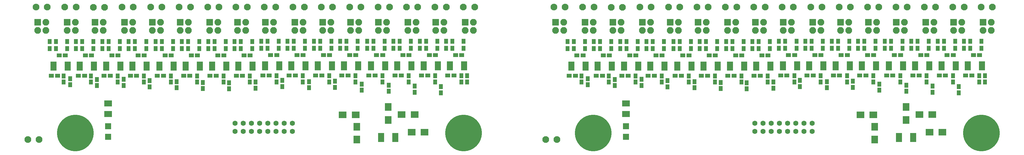
<source format=gbr>
G04 #@! TF.FileFunction,Soldermask,Top*
%FSLAX46Y46*%
G04 Gerber Fmt 4.6, Leading zero omitted, Abs format (unit mm)*
G04 Created by KiCad (PCBNEW 4.0.6) date 06/27/17 18:11:59*
%MOMM*%
%LPD*%
G01*
G04 APERTURE LIST*
%ADD10C,0.100000*%
%ADD11R,2.432000X1.924000*%
%ADD12C,11.400000*%
%ADD13C,1.100000*%
%ADD14R,1.900000X1.900000*%
%ADD15R,2.100000X2.100000*%
%ADD16O,2.100000X2.100000*%
%ADD17R,1.850000X0.850000*%
%ADD18R,2.100000X2.400000*%
%ADD19R,2.400000X2.100000*%
%ADD20R,2.400000X2.000000*%
%ADD21C,2.100000*%
%ADD22R,1.300000X1.600000*%
%ADD23R,1.150000X1.600000*%
%ADD24R,1.600000X1.150000*%
%ADD25C,1.600000*%
G04 APERTURE END LIST*
D10*
D11*
X215463120Y-56769000D03*
X215463120Y-60071000D03*
D12*
X325699120Y-66040000D03*
D13*
X329824120Y-66040000D03*
X328625935Y-68966815D03*
X325699120Y-70165000D03*
X322772305Y-68966815D03*
X321574120Y-66040000D03*
X322772305Y-63113185D03*
X325699120Y-61915000D03*
X328625935Y-63113185D03*
D12*
X205303120Y-66040000D03*
D13*
X209428120Y-66040000D03*
X208229935Y-68966815D03*
X205303120Y-70165000D03*
X202376305Y-68966815D03*
X201178120Y-66040000D03*
X202376305Y-63113185D03*
X205303120Y-61915000D03*
X208229935Y-63113185D03*
D14*
X215463120Y-63882000D03*
X215463120Y-67182000D03*
D15*
X326207120Y-31496000D03*
D16*
X328747120Y-31496000D03*
X326207120Y-34036000D03*
X328747120Y-34036000D03*
D15*
X317063120Y-31496000D03*
D16*
X319603120Y-31496000D03*
X317063120Y-34036000D03*
X319603120Y-34036000D03*
D15*
X308427120Y-31496000D03*
D16*
X310967120Y-31496000D03*
X308427120Y-34036000D03*
X310967120Y-34036000D03*
D15*
X299283120Y-31496000D03*
D16*
X301823120Y-31496000D03*
X299283120Y-34036000D03*
X301823120Y-34036000D03*
D15*
X290647120Y-31496000D03*
D16*
X293187120Y-31496000D03*
X290647120Y-34036000D03*
X293187120Y-34036000D03*
D15*
X282011120Y-31496000D03*
D16*
X284551120Y-31496000D03*
X282011120Y-34036000D03*
X284551120Y-34036000D03*
D15*
X273375120Y-31496000D03*
D16*
X275915120Y-31496000D03*
X273375120Y-34036000D03*
X275915120Y-34036000D03*
D15*
X264231120Y-31496000D03*
D16*
X266771120Y-31496000D03*
X264231120Y-34036000D03*
X266771120Y-34036000D03*
D15*
X255595120Y-31496000D03*
D16*
X258135120Y-31496000D03*
X255595120Y-34036000D03*
X258135120Y-34036000D03*
D15*
X246959120Y-31496000D03*
D16*
X249499120Y-31496000D03*
X246959120Y-34036000D03*
X249499120Y-34036000D03*
D15*
X237815120Y-31496000D03*
D16*
X240355120Y-31496000D03*
X237815120Y-34036000D03*
X240355120Y-34036000D03*
D15*
X229179120Y-31496000D03*
D16*
X231719120Y-31496000D03*
X229179120Y-34036000D03*
X231719120Y-34036000D03*
D15*
X220543120Y-31496000D03*
D16*
X223083120Y-31496000D03*
X220543120Y-34036000D03*
X223083120Y-34036000D03*
D15*
X211399120Y-31496000D03*
D16*
X213939120Y-31496000D03*
X211399120Y-34036000D03*
X213939120Y-34036000D03*
D15*
X202763120Y-31496000D03*
D16*
X205303120Y-31496000D03*
X202763120Y-34036000D03*
X205303120Y-34036000D03*
D15*
X193619120Y-31496000D03*
D16*
X196159120Y-31496000D03*
X193619120Y-34036000D03*
X196159120Y-34036000D03*
D17*
X300131120Y-66487400D03*
X300131120Y-67137400D03*
X300131120Y-67787400D03*
X300131120Y-68437400D03*
X304531120Y-68437400D03*
X304531120Y-67787400D03*
X304531120Y-67137400D03*
X304531120Y-66487400D03*
D18*
X302331120Y-57944000D03*
X302331120Y-61944000D03*
X292628320Y-64090800D03*
X292628320Y-68090800D03*
D19*
X288240720Y-60350400D03*
X292240720Y-60350400D03*
X306528720Y-60299600D03*
X310528720Y-60299600D03*
D20*
X313627520Y-65786000D03*
X309627520Y-65786000D03*
D21*
X190571120Y-68072000D03*
X194071120Y-68072000D03*
X196616320Y-26771600D03*
X193116320Y-26771600D03*
D17*
X198549120Y-44179000D03*
X198549120Y-44829000D03*
X198549120Y-45479000D03*
X198549120Y-46129000D03*
X202949120Y-46129000D03*
X202949120Y-45479000D03*
X202949120Y-44829000D03*
X202949120Y-44179000D03*
D22*
X202799120Y-39704000D03*
X202799120Y-37504000D03*
X199299120Y-39704000D03*
X199299120Y-37504000D03*
X197349120Y-39704000D03*
X197349120Y-37504000D03*
D23*
X201696320Y-48224400D03*
X201696320Y-50124400D03*
D24*
X202199120Y-41804000D03*
X200299120Y-41804000D03*
X197899120Y-48154000D03*
X199799120Y-48154000D03*
D23*
X203677520Y-50988000D03*
X203677520Y-49088000D03*
X212008720Y-51242000D03*
X212008720Y-49342000D03*
D24*
X206283520Y-48158400D03*
X208183520Y-48158400D03*
X210349120Y-41804000D03*
X208449120Y-41804000D03*
D23*
X210179920Y-48224400D03*
X210179920Y-50124400D03*
D22*
X205499120Y-39704000D03*
X205499120Y-37504000D03*
X207449120Y-39704000D03*
X207449120Y-37504000D03*
X210949120Y-39704000D03*
X210949120Y-37504000D03*
D17*
X206699120Y-44179000D03*
X206699120Y-44829000D03*
X206699120Y-45479000D03*
X206699120Y-46129000D03*
X211099120Y-46129000D03*
X211099120Y-45479000D03*
X211099120Y-44829000D03*
X211099120Y-44179000D03*
X223049120Y-44179000D03*
X223049120Y-44829000D03*
X223049120Y-45479000D03*
X223049120Y-46129000D03*
X227449120Y-46129000D03*
X227449120Y-45479000D03*
X227449120Y-44829000D03*
X227449120Y-44179000D03*
D22*
X227299120Y-39704000D03*
X227299120Y-37504000D03*
X223799120Y-39704000D03*
X223799120Y-37504000D03*
X221849120Y-39704000D03*
X221849120Y-37504000D03*
D23*
X226599120Y-48254000D03*
X226599120Y-50154000D03*
D24*
X226699120Y-41804000D03*
X224799120Y-41804000D03*
X222399120Y-48154000D03*
X224299120Y-48154000D03*
D23*
X228366320Y-51597600D03*
X228366320Y-49697600D03*
X220289120Y-51191200D03*
X220289120Y-49291200D03*
D24*
X214249120Y-48154000D03*
X216149120Y-48154000D03*
X218549120Y-41804000D03*
X216649120Y-41804000D03*
D23*
X218449120Y-48254000D03*
X218449120Y-50154000D03*
D22*
X213699120Y-39704000D03*
X213699120Y-37504000D03*
X215649120Y-39704000D03*
X215649120Y-37504000D03*
X219149120Y-39704000D03*
X219149120Y-37504000D03*
D17*
X214899120Y-44179000D03*
X214899120Y-44829000D03*
X214899120Y-45479000D03*
X214899120Y-46129000D03*
X219299120Y-46129000D03*
X219299120Y-45479000D03*
X219299120Y-44829000D03*
X219299120Y-44179000D03*
X247749120Y-44179000D03*
X247749120Y-44829000D03*
X247749120Y-45479000D03*
X247749120Y-46129000D03*
X252149120Y-46129000D03*
X252149120Y-45479000D03*
X252149120Y-44829000D03*
X252149120Y-44179000D03*
D22*
X251999120Y-39704000D03*
X251999120Y-37504000D03*
X248499120Y-39704000D03*
X248499120Y-37504000D03*
X246549120Y-39704000D03*
X246549120Y-37504000D03*
D23*
X251299120Y-48254000D03*
X251299120Y-50154000D03*
D24*
X251399120Y-41804000D03*
X249499120Y-41804000D03*
X247099120Y-48154000D03*
X248999120Y-48154000D03*
D23*
X252953520Y-52258000D03*
X252953520Y-50358000D03*
X261233920Y-52054800D03*
X261233920Y-50154800D03*
D24*
X255249120Y-48154000D03*
X257149120Y-48154000D03*
X259549120Y-41804000D03*
X257649120Y-41804000D03*
D23*
X259449120Y-48254000D03*
X259449120Y-50154000D03*
D22*
X254699120Y-39704000D03*
X254699120Y-37504000D03*
X256649120Y-39704000D03*
X256649120Y-37504000D03*
X260149120Y-39704000D03*
X260149120Y-37504000D03*
D17*
X255899120Y-44179000D03*
X255899120Y-44829000D03*
X255899120Y-45479000D03*
X255899120Y-46129000D03*
X260299120Y-46129000D03*
X260299120Y-45479000D03*
X260299120Y-44829000D03*
X260299120Y-44179000D03*
X239549120Y-44179000D03*
X239549120Y-44829000D03*
X239549120Y-45479000D03*
X239549120Y-46129000D03*
X243949120Y-46129000D03*
X243949120Y-45479000D03*
X243949120Y-44829000D03*
X243949120Y-44179000D03*
D22*
X243799120Y-39704000D03*
X243799120Y-37504000D03*
X240299120Y-39704000D03*
X240299120Y-37504000D03*
X238349120Y-39704000D03*
X238349120Y-37504000D03*
D23*
X243099120Y-48254000D03*
X243099120Y-50154000D03*
D24*
X243199120Y-41804000D03*
X241299120Y-41804000D03*
X238899120Y-48154000D03*
X240799120Y-48154000D03*
D23*
X244876320Y-52156400D03*
X244876320Y-50256400D03*
X236748320Y-51902400D03*
X236748320Y-50002400D03*
D24*
X230749120Y-48154000D03*
X232649120Y-48154000D03*
X235049120Y-41804000D03*
X233149120Y-41804000D03*
D23*
X234949120Y-48254000D03*
X234949120Y-50154000D03*
D22*
X230199120Y-39704000D03*
X230199120Y-37504000D03*
X232149120Y-39704000D03*
X232149120Y-37504000D03*
X235649120Y-39704000D03*
X235649120Y-37504000D03*
D17*
X231399120Y-44179000D03*
X231399120Y-44829000D03*
X231399120Y-45479000D03*
X231399120Y-46129000D03*
X235799120Y-46129000D03*
X235799120Y-45479000D03*
X235799120Y-44829000D03*
X235799120Y-44179000D03*
X296999120Y-44129000D03*
X296999120Y-44779000D03*
X296999120Y-45429000D03*
X296999120Y-46079000D03*
X301399120Y-46079000D03*
X301399120Y-45429000D03*
X301399120Y-44779000D03*
X301399120Y-44129000D03*
D22*
X301249120Y-39654000D03*
X301249120Y-37454000D03*
X297749120Y-39654000D03*
X297749120Y-37454000D03*
X295799120Y-39654000D03*
X295799120Y-37454000D03*
D23*
X300549120Y-48204000D03*
X300549120Y-50104000D03*
D24*
X300649120Y-41754000D03*
X298749120Y-41754000D03*
X296349120Y-48104000D03*
X298249120Y-48104000D03*
D23*
X302483520Y-53020000D03*
X302483520Y-51120000D03*
X310560720Y-53324800D03*
X310560720Y-51424800D03*
D24*
X304499120Y-48104000D03*
X306399120Y-48104000D03*
X308799120Y-41754000D03*
X306899120Y-41754000D03*
D23*
X308699120Y-48204000D03*
X308699120Y-50104000D03*
D22*
X303949120Y-39654000D03*
X303949120Y-37454000D03*
X305899120Y-39654000D03*
X305899120Y-37454000D03*
X309399120Y-39654000D03*
X309399120Y-37454000D03*
D17*
X305149120Y-44129000D03*
X305149120Y-44779000D03*
X305149120Y-45429000D03*
X305149120Y-46079000D03*
X309549120Y-46079000D03*
X309549120Y-45429000D03*
X309549120Y-44779000D03*
X309549120Y-44129000D03*
X321499120Y-44129000D03*
X321499120Y-44779000D03*
X321499120Y-45429000D03*
X321499120Y-46079000D03*
X325899120Y-46079000D03*
X325899120Y-45429000D03*
X325899120Y-44779000D03*
X325899120Y-44129000D03*
D22*
X325749120Y-39654000D03*
X325749120Y-37454000D03*
X322249120Y-39654000D03*
X322249120Y-37454000D03*
X320299120Y-39654000D03*
X320299120Y-37454000D03*
D23*
X325049120Y-48204000D03*
X325049120Y-50104000D03*
D24*
X325149120Y-41754000D03*
X323249120Y-41754000D03*
X320849120Y-48104000D03*
X322749120Y-48104000D03*
D23*
X326849120Y-50104000D03*
X326849120Y-48204000D03*
X318688720Y-53477200D03*
X318688720Y-51577200D03*
D24*
X312699120Y-48104000D03*
X314599120Y-48104000D03*
X316999120Y-41754000D03*
X315099120Y-41754000D03*
D23*
X316899120Y-48204000D03*
X316899120Y-50104000D03*
D22*
X312149120Y-39654000D03*
X312149120Y-37454000D03*
X314099120Y-39654000D03*
X314099120Y-37454000D03*
X317599120Y-39654000D03*
X317599120Y-37454000D03*
D17*
X313349120Y-44129000D03*
X313349120Y-44779000D03*
X313349120Y-45429000D03*
X313349120Y-46079000D03*
X317749120Y-46079000D03*
X317749120Y-45429000D03*
X317749120Y-44779000D03*
X317749120Y-44129000D03*
X280499120Y-44129000D03*
X280499120Y-44779000D03*
X280499120Y-45429000D03*
X280499120Y-46079000D03*
X284899120Y-46079000D03*
X284899120Y-45429000D03*
X284899120Y-44779000D03*
X284899120Y-44129000D03*
D22*
X281249120Y-39654000D03*
X281249120Y-37454000D03*
X279299120Y-39654000D03*
X279299120Y-37454000D03*
D23*
X284049120Y-48204000D03*
X284049120Y-50104000D03*
D24*
X284149120Y-41754000D03*
X282249120Y-41754000D03*
X279849120Y-48104000D03*
X281749120Y-48104000D03*
D23*
X285821120Y-51800800D03*
X285821120Y-49900800D03*
X294101520Y-52664400D03*
X294101520Y-50764400D03*
D24*
X287999120Y-48104000D03*
X289899120Y-48104000D03*
X292299120Y-41754000D03*
X290399120Y-41754000D03*
D23*
X292199120Y-48204000D03*
X292199120Y-50104000D03*
D22*
X287449120Y-39654000D03*
X287449120Y-37454000D03*
X289399120Y-39654000D03*
X289399120Y-37454000D03*
X292899120Y-39654000D03*
X292899120Y-37454000D03*
D17*
X288649120Y-44129000D03*
X288649120Y-44779000D03*
X288649120Y-45429000D03*
X288649120Y-46079000D03*
X293049120Y-46079000D03*
X293049120Y-45429000D03*
X293049120Y-44779000D03*
X293049120Y-44129000D03*
X272299120Y-44129000D03*
X272299120Y-44779000D03*
X272299120Y-45429000D03*
X272299120Y-46079000D03*
X276699120Y-46079000D03*
X276699120Y-45429000D03*
X276699120Y-44779000D03*
X276699120Y-44129000D03*
D22*
X276549120Y-39654000D03*
X276549120Y-37454000D03*
X273049120Y-39654000D03*
X273049120Y-37454000D03*
X271099120Y-39654000D03*
X271099120Y-37454000D03*
D23*
X275849120Y-48204000D03*
X275849120Y-50104000D03*
D24*
X275949120Y-41754000D03*
X274049120Y-41754000D03*
X271649120Y-48104000D03*
X273549120Y-48104000D03*
D23*
X277794720Y-51902400D03*
X277794720Y-50002400D03*
X269463520Y-51546800D03*
X269463520Y-49646800D03*
D24*
X263499120Y-48104000D03*
X265399120Y-48104000D03*
X267799120Y-41754000D03*
X265899120Y-41754000D03*
D23*
X267699120Y-48204000D03*
X267699120Y-50104000D03*
D22*
X262949120Y-39654000D03*
X262949120Y-37454000D03*
X264899120Y-39654000D03*
X264899120Y-37454000D03*
X268399120Y-39654000D03*
X268399120Y-37454000D03*
D17*
X264149120Y-44129000D03*
X264149120Y-44779000D03*
X264149120Y-45429000D03*
X264149120Y-46079000D03*
X268549120Y-46079000D03*
X268549120Y-45429000D03*
X268549120Y-44779000D03*
X268549120Y-44129000D03*
D21*
X205557120Y-26771600D03*
X202057120Y-26771600D03*
X223286320Y-26771600D03*
X219786320Y-26771600D03*
X214396320Y-26822400D03*
X210896320Y-26822400D03*
X249854720Y-26771600D03*
X246354720Y-26771600D03*
X258643120Y-26771600D03*
X255143120Y-26771600D03*
X241015520Y-26771600D03*
X237515520Y-26771600D03*
X232176320Y-26771600D03*
X228676320Y-26771600D03*
X302737520Y-26771600D03*
X299237520Y-26771600D03*
X311525920Y-26771600D03*
X308025920Y-26771600D03*
X329153520Y-26771600D03*
X325653520Y-26771600D03*
X320365120Y-26771600D03*
X316865120Y-26771600D03*
X285109920Y-26771600D03*
X281609920Y-26771600D03*
X293898320Y-26771600D03*
X290398320Y-26771600D03*
X276321520Y-26771600D03*
X272821520Y-26771600D03*
X267431520Y-26771600D03*
X263931520Y-26771600D03*
D22*
X284749120Y-39654000D03*
X284749120Y-37454000D03*
X124150000Y-39654000D03*
X124150000Y-37454000D03*
D21*
X106832400Y-26771600D03*
X103332400Y-26771600D03*
X115722400Y-26771600D03*
X112222400Y-26771600D03*
X133299200Y-26771600D03*
X129799200Y-26771600D03*
X124510800Y-26771600D03*
X121010800Y-26771600D03*
X159766000Y-26771600D03*
X156266000Y-26771600D03*
X168554400Y-26771600D03*
X165054400Y-26771600D03*
X150926800Y-26771600D03*
X147426800Y-26771600D03*
X142138400Y-26771600D03*
X138638400Y-26771600D03*
X71577200Y-26771600D03*
X68077200Y-26771600D03*
X80416400Y-26771600D03*
X76916400Y-26771600D03*
X98044000Y-26771600D03*
X94544000Y-26771600D03*
X89255600Y-26771600D03*
X85755600Y-26771600D03*
X53797200Y-26822400D03*
X50297200Y-26822400D03*
X62687200Y-26771600D03*
X59187200Y-26771600D03*
X44958000Y-26771600D03*
X41458000Y-26771600D03*
D17*
X103550000Y-44129000D03*
X103550000Y-44779000D03*
X103550000Y-45429000D03*
X103550000Y-46079000D03*
X107950000Y-46079000D03*
X107950000Y-45429000D03*
X107950000Y-44779000D03*
X107950000Y-44129000D03*
D22*
X107800000Y-39654000D03*
X107800000Y-37454000D03*
X104300000Y-39654000D03*
X104300000Y-37454000D03*
X102350000Y-39654000D03*
X102350000Y-37454000D03*
D23*
X107100000Y-48204000D03*
X107100000Y-50104000D03*
D24*
X107200000Y-41754000D03*
X105300000Y-41754000D03*
X102900000Y-48104000D03*
X104800000Y-48104000D03*
D23*
X108864400Y-51546800D03*
X108864400Y-49646800D03*
X117195600Y-51902400D03*
X117195600Y-50002400D03*
D24*
X111050000Y-48104000D03*
X112950000Y-48104000D03*
X115350000Y-41754000D03*
X113450000Y-41754000D03*
D23*
X115250000Y-48204000D03*
X115250000Y-50104000D03*
D22*
X110500000Y-39654000D03*
X110500000Y-37454000D03*
X112450000Y-39654000D03*
X112450000Y-37454000D03*
X115950000Y-39654000D03*
X115950000Y-37454000D03*
D17*
X111700000Y-44129000D03*
X111700000Y-44779000D03*
X111700000Y-45429000D03*
X111700000Y-46079000D03*
X116100000Y-46079000D03*
X116100000Y-45429000D03*
X116100000Y-44779000D03*
X116100000Y-44129000D03*
X128050000Y-44129000D03*
X128050000Y-44779000D03*
X128050000Y-45429000D03*
X128050000Y-46079000D03*
X132450000Y-46079000D03*
X132450000Y-45429000D03*
X132450000Y-44779000D03*
X132450000Y-44129000D03*
D22*
X132300000Y-39654000D03*
X132300000Y-37454000D03*
X128800000Y-39654000D03*
X128800000Y-37454000D03*
X126850000Y-39654000D03*
X126850000Y-37454000D03*
D23*
X131600000Y-48204000D03*
X131600000Y-50104000D03*
D24*
X131700000Y-41754000D03*
X129800000Y-41754000D03*
X127400000Y-48104000D03*
X129300000Y-48104000D03*
D23*
X133502400Y-52664400D03*
X133502400Y-50764400D03*
X125222000Y-51800800D03*
X125222000Y-49900800D03*
D24*
X119250000Y-48104000D03*
X121150000Y-48104000D03*
X123550000Y-41754000D03*
X121650000Y-41754000D03*
D23*
X123450000Y-48204000D03*
X123450000Y-50104000D03*
D22*
X118700000Y-39654000D03*
X118700000Y-37454000D03*
X120650000Y-39654000D03*
X120650000Y-37454000D03*
D17*
X119900000Y-44129000D03*
X119900000Y-44779000D03*
X119900000Y-45429000D03*
X119900000Y-46079000D03*
X124300000Y-46079000D03*
X124300000Y-45429000D03*
X124300000Y-44779000D03*
X124300000Y-44129000D03*
X152750000Y-44129000D03*
X152750000Y-44779000D03*
X152750000Y-45429000D03*
X152750000Y-46079000D03*
X157150000Y-46079000D03*
X157150000Y-45429000D03*
X157150000Y-44779000D03*
X157150000Y-44129000D03*
D22*
X157000000Y-39654000D03*
X157000000Y-37454000D03*
X153500000Y-39654000D03*
X153500000Y-37454000D03*
X151550000Y-39654000D03*
X151550000Y-37454000D03*
D23*
X156300000Y-48204000D03*
X156300000Y-50104000D03*
D24*
X156400000Y-41754000D03*
X154500000Y-41754000D03*
X152100000Y-48104000D03*
X154000000Y-48104000D03*
D23*
X158089600Y-53477200D03*
X158089600Y-51577200D03*
X166250000Y-50104000D03*
X166250000Y-48204000D03*
D24*
X160250000Y-48104000D03*
X162150000Y-48104000D03*
X164550000Y-41754000D03*
X162650000Y-41754000D03*
D23*
X164450000Y-48204000D03*
X164450000Y-50104000D03*
D22*
X159700000Y-39654000D03*
X159700000Y-37454000D03*
X161650000Y-39654000D03*
X161650000Y-37454000D03*
X165150000Y-39654000D03*
X165150000Y-37454000D03*
D17*
X160900000Y-44129000D03*
X160900000Y-44779000D03*
X160900000Y-45429000D03*
X160900000Y-46079000D03*
X165300000Y-46079000D03*
X165300000Y-45429000D03*
X165300000Y-44779000D03*
X165300000Y-44129000D03*
X144550000Y-44129000D03*
X144550000Y-44779000D03*
X144550000Y-45429000D03*
X144550000Y-46079000D03*
X148950000Y-46079000D03*
X148950000Y-45429000D03*
X148950000Y-44779000D03*
X148950000Y-44129000D03*
D22*
X148800000Y-39654000D03*
X148800000Y-37454000D03*
X145300000Y-39654000D03*
X145300000Y-37454000D03*
X143350000Y-39654000D03*
X143350000Y-37454000D03*
D23*
X148100000Y-48204000D03*
X148100000Y-50104000D03*
D24*
X148200000Y-41754000D03*
X146300000Y-41754000D03*
X143900000Y-48104000D03*
X145800000Y-48104000D03*
D23*
X149961600Y-53324800D03*
X149961600Y-51424800D03*
X141884400Y-53020000D03*
X141884400Y-51120000D03*
D24*
X135750000Y-48104000D03*
X137650000Y-48104000D03*
X140050000Y-41754000D03*
X138150000Y-41754000D03*
D23*
X139950000Y-48204000D03*
X139950000Y-50104000D03*
D22*
X135200000Y-39654000D03*
X135200000Y-37454000D03*
X137150000Y-39654000D03*
X137150000Y-37454000D03*
X140650000Y-39654000D03*
X140650000Y-37454000D03*
D17*
X136400000Y-44129000D03*
X136400000Y-44779000D03*
X136400000Y-45429000D03*
X136400000Y-46079000D03*
X140800000Y-46079000D03*
X140800000Y-45429000D03*
X140800000Y-44779000D03*
X140800000Y-44129000D03*
X70800000Y-44179000D03*
X70800000Y-44829000D03*
X70800000Y-45479000D03*
X70800000Y-46129000D03*
X75200000Y-46129000D03*
X75200000Y-45479000D03*
X75200000Y-44829000D03*
X75200000Y-44179000D03*
D22*
X75050000Y-39704000D03*
X75050000Y-37504000D03*
X71550000Y-39704000D03*
X71550000Y-37504000D03*
X69600000Y-39704000D03*
X69600000Y-37504000D03*
D23*
X74350000Y-48254000D03*
X74350000Y-50154000D03*
D24*
X74450000Y-41804000D03*
X72550000Y-41804000D03*
X70150000Y-48154000D03*
X72050000Y-48154000D03*
D23*
X76149200Y-51902400D03*
X76149200Y-50002400D03*
X84277200Y-52156400D03*
X84277200Y-50256400D03*
D24*
X78300000Y-48154000D03*
X80200000Y-48154000D03*
X82600000Y-41804000D03*
X80700000Y-41804000D03*
D23*
X82500000Y-48254000D03*
X82500000Y-50154000D03*
D22*
X77750000Y-39704000D03*
X77750000Y-37504000D03*
X79700000Y-39704000D03*
X79700000Y-37504000D03*
X83200000Y-39704000D03*
X83200000Y-37504000D03*
D17*
X78950000Y-44179000D03*
X78950000Y-44829000D03*
X78950000Y-45479000D03*
X78950000Y-46129000D03*
X83350000Y-46129000D03*
X83350000Y-45479000D03*
X83350000Y-44829000D03*
X83350000Y-44179000D03*
X95300000Y-44179000D03*
X95300000Y-44829000D03*
X95300000Y-45479000D03*
X95300000Y-46129000D03*
X99700000Y-46129000D03*
X99700000Y-45479000D03*
X99700000Y-44829000D03*
X99700000Y-44179000D03*
D22*
X99550000Y-39704000D03*
X99550000Y-37504000D03*
X96050000Y-39704000D03*
X96050000Y-37504000D03*
X94100000Y-39704000D03*
X94100000Y-37504000D03*
D23*
X98850000Y-48254000D03*
X98850000Y-50154000D03*
D24*
X98950000Y-41804000D03*
X97050000Y-41804000D03*
X94650000Y-48154000D03*
X96550000Y-48154000D03*
D23*
X100634800Y-52054800D03*
X100634800Y-50154800D03*
X92354400Y-52258000D03*
X92354400Y-50358000D03*
D24*
X86500000Y-48154000D03*
X88400000Y-48154000D03*
X90800000Y-41804000D03*
X88900000Y-41804000D03*
D23*
X90700000Y-48254000D03*
X90700000Y-50154000D03*
D22*
X85950000Y-39704000D03*
X85950000Y-37504000D03*
X87900000Y-39704000D03*
X87900000Y-37504000D03*
X91400000Y-39704000D03*
X91400000Y-37504000D03*
D17*
X87150000Y-44179000D03*
X87150000Y-44829000D03*
X87150000Y-45479000D03*
X87150000Y-46129000D03*
X91550000Y-46129000D03*
X91550000Y-45479000D03*
X91550000Y-44829000D03*
X91550000Y-44179000D03*
X54300000Y-44179000D03*
X54300000Y-44829000D03*
X54300000Y-45479000D03*
X54300000Y-46129000D03*
X58700000Y-46129000D03*
X58700000Y-45479000D03*
X58700000Y-44829000D03*
X58700000Y-44179000D03*
D22*
X58550000Y-39704000D03*
X58550000Y-37504000D03*
X55050000Y-39704000D03*
X55050000Y-37504000D03*
X53100000Y-39704000D03*
X53100000Y-37504000D03*
D23*
X57850000Y-48254000D03*
X57850000Y-50154000D03*
D24*
X57950000Y-41804000D03*
X56050000Y-41804000D03*
X53650000Y-48154000D03*
X55550000Y-48154000D03*
D23*
X59690000Y-51191200D03*
X59690000Y-49291200D03*
X67767200Y-51597600D03*
X67767200Y-49697600D03*
D24*
X61800000Y-48154000D03*
X63700000Y-48154000D03*
X66100000Y-41804000D03*
X64200000Y-41804000D03*
D23*
X66000000Y-48254000D03*
X66000000Y-50154000D03*
D22*
X61250000Y-39704000D03*
X61250000Y-37504000D03*
X63200000Y-39704000D03*
X63200000Y-37504000D03*
X66700000Y-39704000D03*
X66700000Y-37504000D03*
D17*
X62450000Y-44179000D03*
X62450000Y-44829000D03*
X62450000Y-45479000D03*
X62450000Y-46129000D03*
X66850000Y-46129000D03*
X66850000Y-45479000D03*
X66850000Y-44829000D03*
X66850000Y-44179000D03*
X46100000Y-44179000D03*
X46100000Y-44829000D03*
X46100000Y-45479000D03*
X46100000Y-46129000D03*
X50500000Y-46129000D03*
X50500000Y-45479000D03*
X50500000Y-44829000D03*
X50500000Y-44179000D03*
D22*
X50350000Y-39704000D03*
X50350000Y-37504000D03*
X46850000Y-39704000D03*
X46850000Y-37504000D03*
X44900000Y-39704000D03*
X44900000Y-37504000D03*
D23*
X49580800Y-48224400D03*
X49580800Y-50124400D03*
D24*
X49750000Y-41804000D03*
X47850000Y-41804000D03*
X45684400Y-48158400D03*
X47584400Y-48158400D03*
D23*
X51409600Y-51242000D03*
X51409600Y-49342000D03*
X43078400Y-50988000D03*
X43078400Y-49088000D03*
D24*
X37300000Y-48154000D03*
X39200000Y-48154000D03*
X41600000Y-41804000D03*
X39700000Y-41804000D03*
D23*
X41097200Y-48224400D03*
X41097200Y-50124400D03*
D22*
X36750000Y-39704000D03*
X36750000Y-37504000D03*
X38700000Y-39704000D03*
X38700000Y-37504000D03*
X42200000Y-39704000D03*
X42200000Y-37504000D03*
D17*
X37950000Y-44179000D03*
X37950000Y-44829000D03*
X37950000Y-45479000D03*
X37950000Y-46129000D03*
X42350000Y-46129000D03*
X42350000Y-45479000D03*
X42350000Y-44829000D03*
X42350000Y-44179000D03*
D21*
X36017200Y-26771600D03*
X32517200Y-26771600D03*
X29972000Y-68072000D03*
X33472000Y-68072000D03*
D20*
X153028400Y-65786000D03*
X149028400Y-65786000D03*
D19*
X145929600Y-60299600D03*
X149929600Y-60299600D03*
X127641600Y-60350400D03*
X131641600Y-60350400D03*
D18*
X132029200Y-64090800D03*
X132029200Y-68090800D03*
X141732000Y-57944000D03*
X141732000Y-61944000D03*
D17*
X139532000Y-66487400D03*
X139532000Y-67137400D03*
X139532000Y-67787400D03*
X139532000Y-68437400D03*
X143932000Y-68437400D03*
X143932000Y-67787400D03*
X143932000Y-67137400D03*
X143932000Y-66487400D03*
D15*
X33020000Y-31496000D03*
D16*
X35560000Y-31496000D03*
X33020000Y-34036000D03*
X35560000Y-34036000D03*
D15*
X42164000Y-31496000D03*
D16*
X44704000Y-31496000D03*
X42164000Y-34036000D03*
X44704000Y-34036000D03*
D15*
X50800000Y-31496000D03*
D16*
X53340000Y-31496000D03*
X50800000Y-34036000D03*
X53340000Y-34036000D03*
D15*
X59944000Y-31496000D03*
D16*
X62484000Y-31496000D03*
X59944000Y-34036000D03*
X62484000Y-34036000D03*
D15*
X68580000Y-31496000D03*
D16*
X71120000Y-31496000D03*
X68580000Y-34036000D03*
X71120000Y-34036000D03*
D15*
X77216000Y-31496000D03*
D16*
X79756000Y-31496000D03*
X77216000Y-34036000D03*
X79756000Y-34036000D03*
D15*
X86360000Y-31496000D03*
D16*
X88900000Y-31496000D03*
X86360000Y-34036000D03*
X88900000Y-34036000D03*
D15*
X94996000Y-31496000D03*
D16*
X97536000Y-31496000D03*
X94996000Y-34036000D03*
X97536000Y-34036000D03*
D15*
X103632000Y-31496000D03*
D16*
X106172000Y-31496000D03*
X103632000Y-34036000D03*
X106172000Y-34036000D03*
D15*
X112776000Y-31496000D03*
D16*
X115316000Y-31496000D03*
X112776000Y-34036000D03*
X115316000Y-34036000D03*
D15*
X121412000Y-31496000D03*
D16*
X123952000Y-31496000D03*
X121412000Y-34036000D03*
X123952000Y-34036000D03*
D15*
X130048000Y-31496000D03*
D16*
X132588000Y-31496000D03*
X130048000Y-34036000D03*
X132588000Y-34036000D03*
D15*
X138684000Y-31496000D03*
D16*
X141224000Y-31496000D03*
X138684000Y-34036000D03*
X141224000Y-34036000D03*
D15*
X147828000Y-31496000D03*
D16*
X150368000Y-31496000D03*
X147828000Y-34036000D03*
X150368000Y-34036000D03*
D15*
X156464000Y-31496000D03*
D16*
X159004000Y-31496000D03*
X156464000Y-34036000D03*
X159004000Y-34036000D03*
D15*
X165608000Y-31496000D03*
D16*
X168148000Y-31496000D03*
X165608000Y-34036000D03*
X168148000Y-34036000D03*
D14*
X54864000Y-63882000D03*
X54864000Y-67182000D03*
D12*
X44704000Y-66040000D03*
D13*
X48829000Y-66040000D03*
X47630815Y-68966815D03*
X44704000Y-70165000D03*
X41777185Y-68966815D03*
X40579000Y-66040000D03*
X41777185Y-63113185D03*
X44704000Y-61915000D03*
X47630815Y-63113185D03*
D12*
X165100000Y-66040000D03*
D13*
X169225000Y-66040000D03*
X168026815Y-68966815D03*
X165100000Y-70165000D03*
X162173185Y-68966815D03*
X160975000Y-66040000D03*
X162173185Y-63113185D03*
X165100000Y-61915000D03*
X168026815Y-63113185D03*
D11*
X54864000Y-56769000D03*
X54864000Y-60071000D03*
D25*
X112000000Y-63000000D03*
X112000000Y-65540000D03*
X109460000Y-65540000D03*
X109460000Y-63000000D03*
X106920000Y-63000000D03*
X106920000Y-65540000D03*
X104380000Y-65540000D03*
X104380000Y-63000000D03*
X101840000Y-63000000D03*
X101840000Y-65540000D03*
X99300000Y-65540000D03*
X99300000Y-63000000D03*
X96760000Y-63000000D03*
X96760000Y-65540000D03*
X94220000Y-65540000D03*
X94220000Y-63000000D03*
X273250000Y-63000000D03*
X273250000Y-65540000D03*
X270710000Y-65540000D03*
X270710000Y-63000000D03*
X268170000Y-63000000D03*
X268170000Y-65540000D03*
X265630000Y-65540000D03*
X265630000Y-63000000D03*
X263090000Y-63000000D03*
X263090000Y-65540000D03*
X260550000Y-65540000D03*
X260550000Y-63000000D03*
X258010000Y-63000000D03*
X258010000Y-65540000D03*
X255470000Y-65540000D03*
X255470000Y-63000000D03*
M02*

</source>
